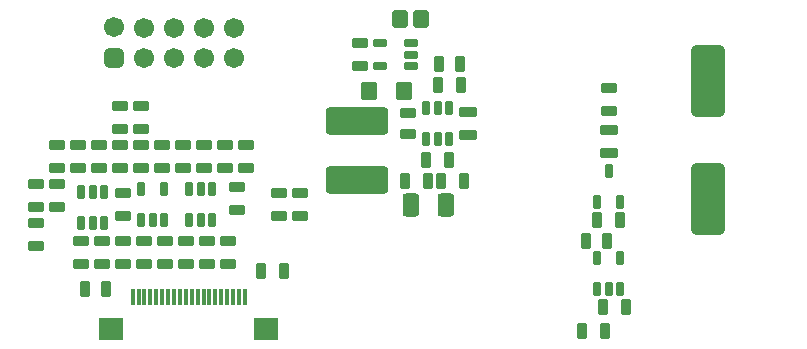
<source format=gts>
G04*
G04 #@! TF.GenerationSoftware,Altium Limited,Altium Designer,20.1.11 (218)*
G04*
G04 Layer_Color=8388736*
%FSLAX25Y25*%
%MOIN*%
G70*
G04*
G04 #@! TF.SameCoordinates,8152623E-C4D5-4017-8556-DC002FEE392B*
G04*
G04*
G04 #@! TF.FilePolarity,Negative*
G04*
G01*
G75*
G04:AMPARAMS|DCode=10|XSize=53.21mil|YSize=31.56mil|CornerRadius=4.76mil|HoleSize=0mil|Usage=FLASHONLY|Rotation=0.000|XOffset=0mil|YOffset=0mil|HoleType=Round|Shape=RoundedRectangle|*
%AMROUNDEDRECTD10*
21,1,0.05321,0.02205,0,0,0.0*
21,1,0.04370,0.03156,0,0,0.0*
1,1,0.00951,0.02185,-0.01102*
1,1,0.00951,-0.02185,-0.01102*
1,1,0.00951,-0.02185,0.01102*
1,1,0.00951,0.02185,0.01102*
%
%ADD10ROUNDEDRECTD10*%
G04:AMPARAMS|DCode=11|XSize=240.22mil|YSize=114.24mil|CornerRadius=18.54mil|HoleSize=0mil|Usage=FLASHONLY|Rotation=90.000|XOffset=0mil|YOffset=0mil|HoleType=Round|Shape=RoundedRectangle|*
%AMROUNDEDRECTD11*
21,1,0.24022,0.07717,0,0,90.0*
21,1,0.20315,0.11424,0,0,90.0*
1,1,0.03707,0.03858,0.10158*
1,1,0.03707,0.03858,-0.10158*
1,1,0.03707,-0.03858,-0.10158*
1,1,0.03707,-0.03858,0.10158*
%
%ADD11ROUNDEDRECTD11*%
G04:AMPARAMS|DCode=12|XSize=27.62mil|YSize=47.31mil|CornerRadius=7.91mil|HoleSize=0mil|Usage=FLASHONLY|Rotation=0.000|XOffset=0mil|YOffset=0mil|HoleType=Round|Shape=RoundedRectangle|*
%AMROUNDEDRECTD12*
21,1,0.02762,0.03150,0,0,0.0*
21,1,0.01181,0.04731,0,0,0.0*
1,1,0.01581,0.00591,-0.01575*
1,1,0.01581,-0.00591,-0.01575*
1,1,0.01581,-0.00591,0.01575*
1,1,0.01581,0.00591,0.01575*
%
%ADD12ROUNDEDRECTD12*%
G04:AMPARAMS|DCode=13|XSize=53.21mil|YSize=35.5mil|CornerRadius=5.15mil|HoleSize=0mil|Usage=FLASHONLY|Rotation=90.000|XOffset=0mil|YOffset=0mil|HoleType=Round|Shape=RoundedRectangle|*
%AMROUNDEDRECTD13*
21,1,0.05321,0.02520,0,0,90.0*
21,1,0.04291,0.03550,0,0,90.0*
1,1,0.01030,0.01260,0.02146*
1,1,0.01030,0.01260,-0.02146*
1,1,0.01030,-0.01260,-0.02146*
1,1,0.01030,-0.01260,0.02146*
%
%ADD13ROUNDEDRECTD13*%
G04:AMPARAMS|DCode=14|XSize=53.21mil|YSize=31.56mil|CornerRadius=4.76mil|HoleSize=0mil|Usage=FLASHONLY|Rotation=270.000|XOffset=0mil|YOffset=0mil|HoleType=Round|Shape=RoundedRectangle|*
%AMROUNDEDRECTD14*
21,1,0.05321,0.02205,0,0,270.0*
21,1,0.04370,0.03156,0,0,270.0*
1,1,0.00951,-0.01102,-0.02185*
1,1,0.00951,-0.01102,0.02185*
1,1,0.00951,0.01102,0.02185*
1,1,0.00951,0.01102,-0.02185*
%
%ADD14ROUNDEDRECTD14*%
G04:AMPARAMS|DCode=15|XSize=53.21mil|YSize=35.5mil|CornerRadius=5.15mil|HoleSize=0mil|Usage=FLASHONLY|Rotation=180.000|XOffset=0mil|YOffset=0mil|HoleType=Round|Shape=RoundedRectangle|*
%AMROUNDEDRECTD15*
21,1,0.05321,0.02520,0,0,180.0*
21,1,0.04291,0.03550,0,0,180.0*
1,1,0.01030,-0.02146,0.01260*
1,1,0.01030,0.02146,0.01260*
1,1,0.01030,0.02146,-0.01260*
1,1,0.01030,-0.02146,-0.01260*
%
%ADD15ROUNDEDRECTD15*%
G04:AMPARAMS|DCode=16|XSize=76.84mil|YSize=55.18mil|CornerRadius=9.68mil|HoleSize=0mil|Usage=FLASHONLY|Rotation=270.000|XOffset=0mil|YOffset=0mil|HoleType=Round|Shape=RoundedRectangle|*
%AMROUNDEDRECTD16*
21,1,0.07684,0.03583,0,0,270.0*
21,1,0.05748,0.05518,0,0,270.0*
1,1,0.01935,-0.01791,-0.02874*
1,1,0.01935,-0.01791,0.02874*
1,1,0.01935,0.01791,0.02874*
1,1,0.01935,0.01791,-0.02874*
%
%ADD16ROUNDEDRECTD16*%
G04:AMPARAMS|DCode=17|XSize=59.12mil|YSize=35.5mil|CornerRadius=5.15mil|HoleSize=0mil|Usage=FLASHONLY|Rotation=180.000|XOffset=0mil|YOffset=0mil|HoleType=Round|Shape=RoundedRectangle|*
%AMROUNDEDRECTD17*
21,1,0.05912,0.02520,0,0,180.0*
21,1,0.04882,0.03550,0,0,180.0*
1,1,0.01030,-0.02441,0.01260*
1,1,0.01030,0.02441,0.01260*
1,1,0.01030,0.02441,-0.01260*
1,1,0.01030,-0.02441,-0.01260*
%
%ADD17ROUNDEDRECTD17*%
G04:AMPARAMS|DCode=18|XSize=59.12mil|YSize=55.18mil|CornerRadius=7.12mil|HoleSize=0mil|Usage=FLASHONLY|Rotation=270.000|XOffset=0mil|YOffset=0mil|HoleType=Round|Shape=RoundedRectangle|*
%AMROUNDEDRECTD18*
21,1,0.05912,0.04095,0,0,270.0*
21,1,0.04488,0.05518,0,0,270.0*
1,1,0.01424,-0.02047,-0.02244*
1,1,0.01424,-0.02047,0.02244*
1,1,0.01424,0.02047,0.02244*
1,1,0.01424,0.02047,-0.02244*
%
%ADD18ROUNDEDRECTD18*%
G04:AMPARAMS|DCode=19|XSize=27.62mil|YSize=47.31mil|CornerRadius=4.36mil|HoleSize=0mil|Usage=FLASHONLY|Rotation=180.000|XOffset=0mil|YOffset=0mil|HoleType=Round|Shape=RoundedRectangle|*
%AMROUNDEDRECTD19*
21,1,0.02762,0.03858,0,0,180.0*
21,1,0.01890,0.04731,0,0,180.0*
1,1,0.00872,-0.00945,0.01929*
1,1,0.00872,0.00945,0.01929*
1,1,0.00872,0.00945,-0.01929*
1,1,0.00872,-0.00945,-0.01929*
%
%ADD19ROUNDEDRECTD19*%
G04:AMPARAMS|DCode=20|XSize=90.61mil|YSize=208.72mil|CornerRadius=10.66mil|HoleSize=0mil|Usage=FLASHONLY|Rotation=90.000|XOffset=0mil|YOffset=0mil|HoleType=Round|Shape=RoundedRectangle|*
%AMROUNDEDRECTD20*
21,1,0.09061,0.18740,0,0,90.0*
21,1,0.06929,0.20872,0,0,90.0*
1,1,0.02132,0.09370,0.03465*
1,1,0.02132,0.09370,-0.03465*
1,1,0.02132,-0.09370,-0.03465*
1,1,0.02132,-0.09370,0.03465*
%
%ADD20ROUNDEDRECTD20*%
G04:AMPARAMS|DCode=21|XSize=61.09mil|YSize=53.21mil|CornerRadius=11.84mil|HoleSize=0mil|Usage=FLASHONLY|Rotation=90.000|XOffset=0mil|YOffset=0mil|HoleType=Round|Shape=RoundedRectangle|*
%AMROUNDEDRECTD21*
21,1,0.06109,0.02953,0,0,90.0*
21,1,0.03740,0.05321,0,0,90.0*
1,1,0.02368,0.01476,0.01870*
1,1,0.02368,0.01476,-0.01870*
1,1,0.02368,-0.01476,-0.01870*
1,1,0.02368,-0.01476,0.01870*
%
%ADD21ROUNDEDRECTD21*%
G04:AMPARAMS|DCode=22|XSize=27.62mil|YSize=47.31mil|CornerRadius=4.36mil|HoleSize=0mil|Usage=FLASHONLY|Rotation=270.000|XOffset=0mil|YOffset=0mil|HoleType=Round|Shape=RoundedRectangle|*
%AMROUNDEDRECTD22*
21,1,0.02762,0.03858,0,0,270.0*
21,1,0.01890,0.04731,0,0,270.0*
1,1,0.00872,-0.01929,-0.00945*
1,1,0.00872,-0.01929,0.00945*
1,1,0.00872,0.01929,0.00945*
1,1,0.00872,0.01929,-0.00945*
%
%ADD22ROUNDEDRECTD22*%
%ADD23R,0.01581X0.05518*%
%ADD24R,0.08274X0.07487*%
G04:AMPARAMS|DCode=25|XSize=66.99mil|YSize=66.99mil|CornerRadius=17.75mil|HoleSize=0mil|Usage=FLASHONLY|Rotation=0.000|XOffset=0mil|YOffset=0mil|HoleType=Round|Shape=RoundedRectangle|*
%AMROUNDEDRECTD25*
21,1,0.06699,0.03150,0,0,0.0*
21,1,0.03150,0.06699,0,0,0.0*
1,1,0.03550,0.01575,-0.01575*
1,1,0.03550,-0.01575,-0.01575*
1,1,0.03550,-0.01575,0.01575*
1,1,0.03550,0.01575,0.01575*
%
%ADD25ROUNDEDRECTD25*%
%ADD26C,0.06699*%
%ADD27C,0.00400*%
D10*
X212000Y87260D02*
D03*
Y94740D02*
D03*
X28000Y68228D02*
D03*
X35000Y68228D02*
D03*
X36000Y43740D02*
D03*
X49000Y68228D02*
D03*
X42000D02*
D03*
X64000Y43740D02*
D03*
Y36260D02*
D03*
X43000Y43740D02*
D03*
Y36260D02*
D03*
X28000Y75709D02*
D03*
X77000D02*
D03*
Y68228D02*
D03*
X88000Y61740D02*
D03*
Y54260D02*
D03*
X57000Y36260D02*
D03*
Y43740D02*
D03*
X28000Y62740D02*
D03*
Y55260D02*
D03*
X56000Y68228D02*
D03*
Y75709D02*
D03*
X129000Y102260D02*
D03*
Y109740D02*
D03*
X35000Y75709D02*
D03*
X36000Y36260D02*
D03*
X91000Y75709D02*
D03*
Y68228D02*
D03*
X84000Y68228D02*
D03*
Y75709D02*
D03*
X78000Y36260D02*
D03*
Y43740D02*
D03*
X49000Y75709D02*
D03*
X85000Y36260D02*
D03*
Y43740D02*
D03*
X42000Y75709D02*
D03*
X21000Y55260D02*
D03*
Y62740D02*
D03*
X50000Y36260D02*
D03*
Y43740D02*
D03*
X21000Y49740D02*
D03*
Y42260D02*
D03*
X63000Y68228D02*
D03*
Y75709D02*
D03*
X102000Y59740D02*
D03*
Y52260D02*
D03*
X109000Y59740D02*
D03*
Y52260D02*
D03*
X70000Y68228D02*
D03*
X56000Y88709D02*
D03*
Y81228D02*
D03*
X71000Y43740D02*
D03*
Y36260D02*
D03*
X70000Y75709D02*
D03*
X50000Y52260D02*
D03*
Y59740D02*
D03*
X49000Y88709D02*
D03*
Y81228D02*
D03*
D11*
X245000Y97185D02*
D03*
Y57815D02*
D03*
D12*
X36260Y60118D02*
D03*
Y49882D02*
D03*
X43740Y60118D02*
D03*
X72260Y50882D02*
D03*
X151260Y77882D02*
D03*
Y88118D02*
D03*
X155000D02*
D03*
X158740D02*
D03*
Y77882D02*
D03*
X79740Y61118D02*
D03*
Y50882D02*
D03*
X43740Y49882D02*
D03*
X40000D02*
D03*
Y60118D02*
D03*
X155000Y77882D02*
D03*
X76000Y50882D02*
D03*
X72260Y61118D02*
D03*
X76000D02*
D03*
D13*
X44543Y28000D02*
D03*
X37457D02*
D03*
X211543Y44000D02*
D03*
X204457D02*
D03*
X155457Y103000D02*
D03*
X162543D02*
D03*
D14*
X217740Y22000D02*
D03*
X210260D02*
D03*
X96260Y34000D02*
D03*
X103740D02*
D03*
X203260Y14000D02*
D03*
X210740D02*
D03*
X208260Y51000D02*
D03*
X215740D02*
D03*
X162740Y96000D02*
D03*
X155260D02*
D03*
X144260Y64000D02*
D03*
X151740D02*
D03*
X156260D02*
D03*
X163740D02*
D03*
X158740Y71000D02*
D03*
X151260D02*
D03*
D15*
X145000Y86543D02*
D03*
Y79457D02*
D03*
D16*
X157709Y56000D02*
D03*
X146291D02*
D03*
D17*
X165000Y86937D02*
D03*
Y79063D02*
D03*
X212000Y80937D02*
D03*
Y73063D02*
D03*
D18*
X143905Y94000D02*
D03*
X132095D02*
D03*
D19*
X60000Y50882D02*
D03*
X56260Y61118D02*
D03*
X212000Y27882D02*
D03*
Y67118D02*
D03*
X63740Y61118D02*
D03*
X215740Y38118D02*
D03*
X208260Y56882D02*
D03*
Y38118D02*
D03*
X215740Y27882D02*
D03*
X208260D02*
D03*
X63740Y50882D02*
D03*
X56260D02*
D03*
X215740Y56882D02*
D03*
D20*
X128000Y83842D02*
D03*
Y64157D02*
D03*
D21*
X149445Y118000D02*
D03*
X142555D02*
D03*
D22*
X146118Y109740D02*
D03*
Y102260D02*
D03*
X135882D02*
D03*
Y109740D02*
D03*
X146118Y106000D02*
D03*
D23*
X86827Y25189D02*
D03*
X84858D02*
D03*
X82890D02*
D03*
X80921D02*
D03*
X78953D02*
D03*
X76984D02*
D03*
X75016D02*
D03*
X73047D02*
D03*
X71079D02*
D03*
X65173D02*
D03*
X63205D02*
D03*
X61236D02*
D03*
X59268D02*
D03*
X57299D02*
D03*
X55331D02*
D03*
X53362D02*
D03*
X67142D02*
D03*
X69110D02*
D03*
X88795D02*
D03*
X90764D02*
D03*
D24*
X46276Y14362D02*
D03*
X97850D02*
D03*
D25*
X47000Y105000D02*
D03*
D26*
Y115118D02*
D03*
X57000Y105000D02*
D03*
Y115000D02*
D03*
X67000Y105000D02*
D03*
Y115000D02*
D03*
X77000Y105000D02*
D03*
Y115000D02*
D03*
X87000Y105000D02*
D03*
Y115000D02*
D03*
D27*
X271654Y15748D02*
D03*
X15748D02*
D03*
M02*

</source>
